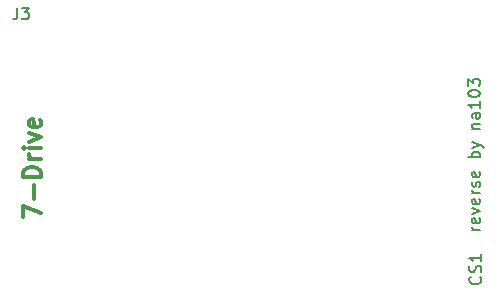
<source format=gbr>
%TF.GenerationSoftware,KiCad,Pcbnew,(5.1.12)-1*%
%TF.CreationDate,2023-06-15T15:32:22+02:00*%
%TF.ProjectId,cs1,6373312e-6b69-4636-9164-5f7063625858,rev?*%
%TF.SameCoordinates,Original*%
%TF.FileFunction,Legend,Top*%
%TF.FilePolarity,Positive*%
%FSLAX46Y46*%
G04 Gerber Fmt 4.6, Leading zero omitted, Abs format (unit mm)*
G04 Created by KiCad (PCBNEW (5.1.12)-1) date 2023-06-15 15:32:22*
%MOMM*%
%LPD*%
G01*
G04 APERTURE LIST*
%ADD10C,0.300000*%
%ADD11C,0.150000*%
G04 APERTURE END LIST*
D10*
X188678571Y-87714285D02*
X188678571Y-86714285D01*
X190178571Y-87357142D01*
X189607142Y-86142857D02*
X189607142Y-85000000D01*
X190178571Y-84285714D02*
X188678571Y-84285714D01*
X188678571Y-83928571D01*
X188750000Y-83714285D01*
X188892857Y-83571428D01*
X189035714Y-83500000D01*
X189321428Y-83428571D01*
X189535714Y-83428571D01*
X189821428Y-83500000D01*
X189964285Y-83571428D01*
X190107142Y-83714285D01*
X190178571Y-83928571D01*
X190178571Y-84285714D01*
X190178571Y-82785714D02*
X189178571Y-82785714D01*
X189464285Y-82785714D02*
X189321428Y-82714285D01*
X189250000Y-82642857D01*
X189178571Y-82500000D01*
X189178571Y-82357142D01*
X190178571Y-81857142D02*
X189178571Y-81857142D01*
X188678571Y-81857142D02*
X188750000Y-81928571D01*
X188821428Y-81857142D01*
X188750000Y-81785714D01*
X188678571Y-81857142D01*
X188821428Y-81857142D01*
X189178571Y-81285714D02*
X190178571Y-80928571D01*
X189178571Y-80571428D01*
X190107142Y-79428571D02*
X190178571Y-79571428D01*
X190178571Y-79857142D01*
X190107142Y-80000000D01*
X189964285Y-80071428D01*
X189392857Y-80071428D01*
X189250000Y-80000000D01*
X189178571Y-79857142D01*
X189178571Y-79571428D01*
X189250000Y-79428571D01*
X189392857Y-79357142D01*
X189535714Y-79357142D01*
X189678571Y-80071428D01*
D11*
X227352380Y-88780952D02*
X226685714Y-88780952D01*
X226876190Y-88780952D02*
X226780952Y-88733333D01*
X226733333Y-88685714D01*
X226685714Y-88590476D01*
X226685714Y-88495238D01*
X227304761Y-87780952D02*
X227352380Y-87876190D01*
X227352380Y-88066666D01*
X227304761Y-88161904D01*
X227209523Y-88209523D01*
X226828571Y-88209523D01*
X226733333Y-88161904D01*
X226685714Y-88066666D01*
X226685714Y-87876190D01*
X226733333Y-87780952D01*
X226828571Y-87733333D01*
X226923809Y-87733333D01*
X227019047Y-88209523D01*
X226685714Y-87400000D02*
X227352380Y-87161904D01*
X226685714Y-86923809D01*
X227304761Y-86161904D02*
X227352380Y-86257142D01*
X227352380Y-86447619D01*
X227304761Y-86542857D01*
X227209523Y-86590476D01*
X226828571Y-86590476D01*
X226733333Y-86542857D01*
X226685714Y-86447619D01*
X226685714Y-86257142D01*
X226733333Y-86161904D01*
X226828571Y-86114285D01*
X226923809Y-86114285D01*
X227019047Y-86590476D01*
X227352380Y-85685714D02*
X226685714Y-85685714D01*
X226876190Y-85685714D02*
X226780952Y-85638095D01*
X226733333Y-85590476D01*
X226685714Y-85495238D01*
X226685714Y-85400000D01*
X227304761Y-85114285D02*
X227352380Y-85019047D01*
X227352380Y-84828571D01*
X227304761Y-84733333D01*
X227209523Y-84685714D01*
X227161904Y-84685714D01*
X227066666Y-84733333D01*
X227019047Y-84828571D01*
X227019047Y-84971428D01*
X226971428Y-85066666D01*
X226876190Y-85114285D01*
X226828571Y-85114285D01*
X226733333Y-85066666D01*
X226685714Y-84971428D01*
X226685714Y-84828571D01*
X226733333Y-84733333D01*
X227304761Y-83876190D02*
X227352380Y-83971428D01*
X227352380Y-84161904D01*
X227304761Y-84257142D01*
X227209523Y-84304761D01*
X226828571Y-84304761D01*
X226733333Y-84257142D01*
X226685714Y-84161904D01*
X226685714Y-83971428D01*
X226733333Y-83876190D01*
X226828571Y-83828571D01*
X226923809Y-83828571D01*
X227019047Y-84304761D01*
X227352380Y-82638095D02*
X226352380Y-82638095D01*
X226733333Y-82638095D02*
X226685714Y-82542857D01*
X226685714Y-82352380D01*
X226733333Y-82257142D01*
X226780952Y-82209523D01*
X226876190Y-82161904D01*
X227161904Y-82161904D01*
X227257142Y-82209523D01*
X227304761Y-82257142D01*
X227352380Y-82352380D01*
X227352380Y-82542857D01*
X227304761Y-82638095D01*
X226685714Y-81828571D02*
X227352380Y-81590476D01*
X226685714Y-81352380D02*
X227352380Y-81590476D01*
X227590476Y-81685714D01*
X227638095Y-81733333D01*
X227685714Y-81828571D01*
X226685714Y-80209523D02*
X227352380Y-80209523D01*
X226780952Y-80209523D02*
X226733333Y-80161904D01*
X226685714Y-80066666D01*
X226685714Y-79923809D01*
X226733333Y-79828571D01*
X226828571Y-79780952D01*
X227352380Y-79780952D01*
X227352380Y-78876190D02*
X226828571Y-78876190D01*
X226733333Y-78923809D01*
X226685714Y-79019047D01*
X226685714Y-79209523D01*
X226733333Y-79304761D01*
X227304761Y-78876190D02*
X227352380Y-78971428D01*
X227352380Y-79209523D01*
X227304761Y-79304761D01*
X227209523Y-79352380D01*
X227114285Y-79352380D01*
X227019047Y-79304761D01*
X226971428Y-79209523D01*
X226971428Y-78971428D01*
X226923809Y-78876190D01*
X227352380Y-77876190D02*
X227352380Y-78447619D01*
X227352380Y-78161904D02*
X226352380Y-78161904D01*
X226495238Y-78257142D01*
X226590476Y-78352380D01*
X226638095Y-78447619D01*
X226352380Y-77257142D02*
X226352380Y-77161904D01*
X226400000Y-77066666D01*
X226447619Y-77019047D01*
X226542857Y-76971428D01*
X226733333Y-76923809D01*
X226971428Y-76923809D01*
X227161904Y-76971428D01*
X227257142Y-77019047D01*
X227304761Y-77066666D01*
X227352380Y-77161904D01*
X227352380Y-77257142D01*
X227304761Y-77352380D01*
X227257142Y-77400000D01*
X227161904Y-77447619D01*
X226971428Y-77495238D01*
X226733333Y-77495238D01*
X226542857Y-77447619D01*
X226447619Y-77400000D01*
X226400000Y-77352380D01*
X226352380Y-77257142D01*
X226352380Y-76590476D02*
X226352380Y-75971428D01*
X226733333Y-76304761D01*
X226733333Y-76161904D01*
X226780952Y-76066666D01*
X226828571Y-76019047D01*
X226923809Y-75971428D01*
X227161904Y-75971428D01*
X227257142Y-76019047D01*
X227304761Y-76066666D01*
X227352380Y-76161904D01*
X227352380Y-76447619D01*
X227304761Y-76542857D01*
X227257142Y-76590476D01*
X227357142Y-92742857D02*
X227404761Y-92790476D01*
X227452380Y-92933333D01*
X227452380Y-93028571D01*
X227404761Y-93171428D01*
X227309523Y-93266666D01*
X227214285Y-93314285D01*
X227023809Y-93361904D01*
X226880952Y-93361904D01*
X226690476Y-93314285D01*
X226595238Y-93266666D01*
X226500000Y-93171428D01*
X226452380Y-93028571D01*
X226452380Y-92933333D01*
X226500000Y-92790476D01*
X226547619Y-92742857D01*
X227404761Y-92361904D02*
X227452380Y-92219047D01*
X227452380Y-91980952D01*
X227404761Y-91885714D01*
X227357142Y-91838095D01*
X227261904Y-91790476D01*
X227166666Y-91790476D01*
X227071428Y-91838095D01*
X227023809Y-91885714D01*
X226976190Y-91980952D01*
X226928571Y-92171428D01*
X226880952Y-92266666D01*
X226833333Y-92314285D01*
X226738095Y-92361904D01*
X226642857Y-92361904D01*
X226547619Y-92314285D01*
X226500000Y-92266666D01*
X226452380Y-92171428D01*
X226452380Y-91933333D01*
X226500000Y-91790476D01*
X227452380Y-90838095D02*
X227452380Y-91409523D01*
X227452380Y-91123809D02*
X226452380Y-91123809D01*
X226595238Y-91219047D01*
X226690476Y-91314285D01*
X226738095Y-91409523D01*
%TO.C,J3*%
X188166666Y-69952380D02*
X188166666Y-70666666D01*
X188119047Y-70809523D01*
X188023809Y-70904761D01*
X187880952Y-70952380D01*
X187785714Y-70952380D01*
X188547619Y-69952380D02*
X189166666Y-69952380D01*
X188833333Y-70333333D01*
X188976190Y-70333333D01*
X189071428Y-70380952D01*
X189119047Y-70428571D01*
X189166666Y-70523809D01*
X189166666Y-70761904D01*
X189119047Y-70857142D01*
X189071428Y-70904761D01*
X188976190Y-70952380D01*
X188690476Y-70952380D01*
X188595238Y-70904761D01*
X188547619Y-70857142D01*
%TD*%
M02*

</source>
